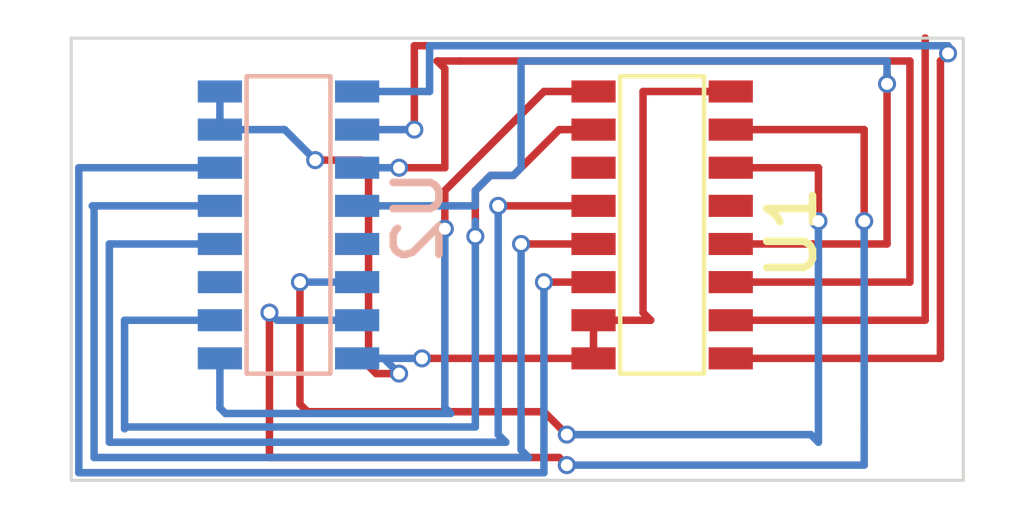
<source format=kicad_pcb>
(kicad_pcb (version 4) (host pcbnew 4.0.7)

  (general
    (links 16)
    (no_connects 0)
    (area 121.453 100.838 155.702001 117.856001)
    (thickness 1.6)
    (drawings 5)
    (tracks 133)
    (zones 0)
    (modules 2)
    (nets 17)
  )

  (page A4)
  (layers
    (0 F.Cu signal)
    (31 B.Cu signal)
    (32 B.Adhes user)
    (33 F.Adhes user)
    (34 B.Paste user)
    (35 F.Paste user)
    (36 B.SilkS user)
    (37 F.SilkS user)
    (38 B.Mask user)
    (39 F.Mask user)
    (40 Dwgs.User user)
    (41 Cmts.User user)
    (42 Eco1.User user)
    (43 Eco2.User user)
    (44 Edge.Cuts user)
    (45 Margin user)
    (46 B.CrtYd user)
    (47 F.CrtYd user)
    (48 B.Fab user)
    (49 F.Fab user)
  )

  (setup
    (last_trace_width 0.25)
    (trace_clearance 0.2)
    (zone_clearance 0.508)
    (zone_45_only no)
    (trace_min 0.2)
    (segment_width 0.2)
    (edge_width 0.1)
    (via_size 0.6)
    (via_drill 0.4)
    (via_min_size 0.4)
    (via_min_drill 0.3)
    (uvia_size 0.3)
    (uvia_drill 0.1)
    (uvias_allowed no)
    (uvia_min_size 0.2)
    (uvia_min_drill 0.1)
    (pcb_text_width 0.3)
    (pcb_text_size 1.5 1.5)
    (mod_edge_width 0.15)
    (mod_text_size 1 1)
    (mod_text_width 0.15)
    (pad_size 0.7366 1.4732)
    (pad_drill 0)
    (pad_to_mask_clearance 0)
    (aux_axis_origin 0 0)
    (visible_elements 7FFFFFFF)
    (pcbplotparams
      (layerselection 0x00030_80000001)
      (usegerberextensions false)
      (excludeedgelayer true)
      (linewidth 0.100000)
      (plotframeref false)
      (viasonmask false)
      (mode 1)
      (useauxorigin false)
      (hpglpennumber 1)
      (hpglpenspeed 20)
      (hpglpendiameter 15)
      (hpglpenoverlay 2)
      (psnegative false)
      (psa4output false)
      (plotreference true)
      (plotvalue true)
      (plotinvisibletext false)
      (padsonsilk false)
      (subtractmaskfromsilk false)
      (outputformat 1)
      (mirror false)
      (drillshape 1)
      (scaleselection 1)
      (outputdirectory ""))
  )

  (net 0 "")
  (net 1 GNDREF)
  (net 2 /VCC_AUX)
  (net 3 /JTAG_TCK)
  (net 4 /JTAG_TMS)
  (net 5 "/LVP(2)")
  (net 6 /JTAG_TDI)
  (net 7 /JTAG_TDO)
  (net 8 /ICD_PGD)
  (net 9 /COM_MCLR_VPP)
  (net 10 /PIC_DRIVES_JTAG)
  (net 11 /ICD-PGC_COM)
  (net 12 /VCC_4V4)
  (net 13 "Net-(U1-Pad9)")
  (net 14 "Net-(U1-Pad12)")
  (net 15 "Net-(U2-Pad9)")
  (net 16 "Net-(U2-Pad12)")

  (net_class Default "This is the default net class."
    (clearance 0.2)
    (trace_width 0.25)
    (via_dia 0.6)
    (via_drill 0.4)
    (uvia_dia 0.3)
    (uvia_drill 0.1)
    (add_net /COM_MCLR_VPP)
    (add_net /ICD-PGC_COM)
    (add_net /ICD_PGD)
    (add_net /JTAG_TCK)
    (add_net /JTAG_TDI)
    (add_net /JTAG_TDO)
    (add_net /JTAG_TMS)
    (add_net "/LVP(2)")
    (add_net /PIC_DRIVES_JTAG)
    (add_net /VCC_4V4)
    (add_net /VCC_AUX)
    (add_net GNDREF)
    (add_net "Net-(U1-Pad12)")
    (add_net "Net-(U1-Pad9)")
    (add_net "Net-(U2-Pad12)")
    (add_net "Net-(U2-Pad9)")
  )

  (module Parts:J2 (layer B.Cu) (tedit 5BB3AD33) (tstamp 5BB3C999)
    (at 128.778 103.886 270)
    (path /5BB3D433)
    (fp_text reference U2 (at 4.191 -6.731 270) (layer B.SilkS)
      (effects (font (thickness 0.254)) (justify mirror))
    )
    (fp_text value J-2 (at 0 6.35 270) (layer B.Fab)
      (effects (font (size 1 1) (thickness 0.15)) (justify mirror))
    )
    (fp_line (start -0.508 -1.016) (end 9.398 -1.016) (layer B.SilkS) (width 0.15))
    (fp_line (start 9.398 -1.016) (end 9.398 -3.81) (layer B.SilkS) (width 0.15))
    (fp_line (start 9.398 -3.81) (end -0.508 -3.81) (layer B.SilkS) (width 0.15))
    (fp_line (start -0.508 -3.81) (end -0.508 -1.016) (layer B.SilkS) (width 0.15))
    (pad 1 smd rect (at 0 -4.699 270) (size 0.7366 1.4732) (layers B.Cu B.Paste B.Mask)
      (net 2 /VCC_AUX))
    (pad 2 smd rect (at 0 -0.127 270) (size 0.7366 1.4732) (layers B.Cu B.Paste B.Mask)
      (net 1 GNDREF))
    (pad 3 smd rect (at 1.27 -4.699 270) (size 0.7366 1.4732) (layers B.Cu B.Paste B.Mask)
      (net 3 /JTAG_TCK))
    (pad 4 smd rect (at 1.27 -0.127 270) (size 0.7366 1.4732) (layers B.Cu B.Paste B.Mask)
      (net 1 GNDREF))
    (pad 6 smd rect (at 2.54 -0.127 270) (size 0.7366 1.4732) (layers B.Cu B.Paste B.Mask)
      (net 5 "/LVP(2)"))
    (pad 5 smd rect (at 2.54 -4.699 270) (size 0.7366 1.4732) (layers B.Cu B.Paste B.Mask)
      (net 4 /JTAG_TMS))
    (pad 8 smd rect (at 3.81 -0.127 270) (size 0.7366 1.4732) (layers B.Cu B.Paste B.Mask)
      (net 7 /JTAG_TDO))
    (pad 7 smd rect (at 3.81 -4.699 270) (size 0.7366 1.4732) (layers B.Cu B.Paste B.Mask)
      (net 6 /JTAG_TDI))
    (pad 10 smd rect (at 5.08 -0.127 270) (size 0.7366 1.4732) (layers B.Cu B.Paste B.Mask)
      (net 8 /ICD_PGD))
    (pad 9 smd rect (at 5.08 -4.699 270) (size 0.7366 1.4732) (layers B.Cu B.Paste B.Mask)
      (net 15 "Net-(U2-Pad9)"))
    (pad 12 smd rect (at 6.35 -0.127 270) (size 0.7366 1.4732) (layers B.Cu B.Paste B.Mask)
      (net 16 "Net-(U2-Pad12)"))
    (pad 11 smd rect (at 6.35 -4.699 270) (size 0.7366 1.4732) (layers B.Cu B.Paste B.Mask)
      (net 9 /COM_MCLR_VPP))
    (pad 14 smd rect (at 7.62 -0.127 270) (size 0.7366 1.4732) (layers B.Cu B.Paste B.Mask)
      (net 11 /ICD-PGC_COM))
    (pad 13 smd rect (at 7.62 -4.699 270) (size 0.7366 1.4732) (layers B.Cu B.Paste B.Mask)
      (net 10 /PIC_DRIVES_JTAG))
    (pad 16 smd rect (at 8.89 -0.127 270) (size 0.7366 1.4732) (layers B.Cu B.Paste B.Mask)
      (net 12 /VCC_4V4))
    (pad 15 smd rect (at 8.89 -4.699 270) (size 0.7366 1.4732) (layers B.Cu B.Paste B.Mask)
      (net 1 GNDREF))
  )

  (module Parts:J2 (layer F.Cu) (tedit 5BBE0300) (tstamp 5BB3C985)
    (at 141.224 112.776 90)
    (path /5BB3D3C4)
    (fp_text reference U1 (at 4.191 6.731 90) (layer F.SilkS)
      (effects (font (thickness 0.254)))
    )
    (fp_text value J-2 (at 0 -6.35 180) (layer F.Fab)
      (effects (font (size 1 1) (thickness 0.15)))
    )
    (fp_line (start -0.508 1.016) (end 9.398 1.016) (layer F.SilkS) (width 0.15))
    (fp_line (start 9.398 1.016) (end 9.398 3.81) (layer F.SilkS) (width 0.15))
    (fp_line (start 9.398 3.81) (end -0.508 3.81) (layer F.SilkS) (width 0.15))
    (fp_line (start -0.508 3.81) (end -0.508 1.016) (layer F.SilkS) (width 0.15))
    (pad 1 smd rect (at 0 4.699 90) (size 0.7366 1.4732) (layers F.Cu F.Paste F.Mask)
      (net 2 /VCC_AUX))
    (pad 2 smd rect (at 0 0.127 90) (size 0.7366 1.4732) (layers F.Cu F.Paste F.Mask)
      (net 1 GNDREF))
    (pad 3 smd rect (at 1.27 4.699 90) (size 0.7366 1.4732) (layers F.Cu F.Paste F.Mask)
      (net 3 /JTAG_TCK))
    (pad 4 smd rect (at 1.27 0.127 90) (size 0.7366 1.4732) (layers F.Cu F.Paste F.Mask)
      (net 1 GNDREF))
    (pad 6 smd rect (at 2.54 0.127 90) (size 0.7366 1.4732) (layers F.Cu F.Paste F.Mask)
      (net 5 "/LVP(2)"))
    (pad 5 smd rect (at 2.54 4.699 90) (size 0.7366 1.4732) (layers F.Cu F.Paste F.Mask)
      (net 4 /JTAG_TMS))
    (pad 8 smd rect (at 3.81 0.127 90) (size 0.7366 1.4732) (layers F.Cu F.Paste F.Mask)
      (net 7 /JTAG_TDO))
    (pad 7 smd rect (at 3.81 4.699 90) (size 0.7366 1.4732) (layers F.Cu F.Paste F.Mask)
      (net 6 /JTAG_TDI))
    (pad 10 smd rect (at 5.08 0.127 90) (size 0.7366 1.4732) (layers F.Cu F.Paste F.Mask)
      (net 8 /ICD_PGD))
    (pad 9 smd rect (at 5.08 4.699 90) (size 0.7366 1.4732) (layers F.Cu F.Paste F.Mask)
      (net 13 "Net-(U1-Pad9)"))
    (pad 12 smd rect (at 6.35 0.127 90) (size 0.7366 1.4732) (layers F.Cu F.Paste F.Mask)
      (net 14 "Net-(U1-Pad12)"))
    (pad 11 smd rect (at 6.35 4.699 90) (size 0.7366 1.4732) (layers F.Cu F.Paste F.Mask)
      (net 9 /COM_MCLR_VPP))
    (pad 14 smd rect (at 7.62 0.127 90) (size 0.7366 1.4732) (layers F.Cu F.Paste F.Mask)
      (net 11 /ICD-PGC_COM))
    (pad 13 smd rect (at 7.62 4.699 90) (size 0.7366 1.4732) (layers F.Cu F.Paste F.Mask)
      (net 10 /PIC_DRIVES_JTAG))
    (pad 16 smd rect (at 8.89 0.127 90) (size 0.7366 1.4732) (layers F.Cu F.Paste F.Mask)
      (net 12 /VCC_4V4))
    (pad 15 smd rect (at 8.89 4.699 90) (size 0.7366 1.4732) (layers F.Cu F.Paste F.Mask)
      (net 1 GNDREF))
  )

  (gr_line (start 153.67 116.84) (end 153.67 116.586) (angle 90) (layer Edge.Cuts) (width 0.1))
  (gr_line (start 123.952 116.84) (end 153.67 116.84) (angle 90) (layer Edge.Cuts) (width 0.1))
  (gr_line (start 123.952 102.108) (end 123.952 116.84) (angle 90) (layer Edge.Cuts) (width 0.1))
  (gr_line (start 153.67 102.108) (end 123.952 102.108) (angle 90) (layer Edge.Cuts) (width 0.1))
  (gr_line (start 153.67 116.586) (end 153.67 102.108) (angle 90) (layer Edge.Cuts) (width 0.1))

  (segment (start 133.477 112.776) (end 135.636 112.776) (width 0.25) (layer B.Cu) (net 1))
  (segment (start 135.636 112.776) (end 141.351 112.776) (width 0.25) (layer F.Cu) (net 1) (tstamp 5BBE08B9))
  (via (at 135.636 112.776) (size 0.6) (drill 0.4) (layers F.Cu B.Cu) (net 1))
  (segment (start 128.905 105.156) (end 131.064 105.156) (width 0.25) (layer B.Cu) (net 1))
  (segment (start 134.366 112.776) (end 133.477 112.776) (width 0.25) (layer B.Cu) (net 1) (tstamp 5BBE08AE))
  (segment (start 134.874 113.284) (end 134.366 112.776) (width 0.25) (layer B.Cu) (net 1) (tstamp 5BBE08AD))
  (via (at 134.874 113.284) (size 0.6) (drill 0.4) (layers F.Cu B.Cu) (net 1))
  (segment (start 134.112 113.284) (end 134.874 113.284) (width 0.25) (layer F.Cu) (net 1) (tstamp 5BBE08A9))
  (segment (start 133.858 113.03) (end 134.112 113.284) (width 0.25) (layer F.Cu) (net 1) (tstamp 5BBE08A5))
  (segment (start 133.858 106.426) (end 133.858 113.03) (width 0.25) (layer F.Cu) (net 1) (tstamp 5BBE08A3))
  (segment (start 133.604 106.172) (end 133.858 106.426) (width 0.25) (layer F.Cu) (net 1) (tstamp 5BBE08A2))
  (segment (start 132.08 106.172) (end 133.604 106.172) (width 0.25) (layer F.Cu) (net 1) (tstamp 5BBE08A1))
  (via (at 132.08 106.172) (size 0.6) (drill 0.4) (layers F.Cu B.Cu) (net 1))
  (segment (start 131.064 105.156) (end 132.08 106.172) (width 0.25) (layer B.Cu) (net 1) (tstamp 5BBE089B))
  (segment (start 141.351 111.506) (end 143.256 111.506) (width 0.25) (layer F.Cu) (net 1))
  (segment (start 143.002 103.886) (end 145.923 103.886) (width 0.25) (layer F.Cu) (net 1) (tstamp 5BBE05F9))
  (segment (start 143.002 111.252) (end 143.002 103.886) (width 0.25) (layer F.Cu) (net 1) (tstamp 5BBE05F5))
  (segment (start 143.256 111.506) (end 143.002 111.252) (width 0.25) (layer F.Cu) (net 1) (tstamp 5BBE05F4))
  (segment (start 141.351 111.506) (end 141.351 112.776) (width 0.25) (layer F.Cu) (net 1))
  (segment (start 128.905 103.886) (end 128.905 105.156) (width 0.25) (layer B.Cu) (net 1))
  (segment (start 152.908 112.522) (end 152.908 112.776) (width 0.25) (layer F.Cu) (net 2))
  (segment (start 152.908 112.522) (end 152.908 102.87) (width 0.25) (layer F.Cu) (net 2) (tstamp 5BBE04D9))
  (segment (start 152.908 102.87) (end 153.162 102.616) (width 0.25) (layer F.Cu) (net 2) (tstamp 5BBE04E2))
  (via (at 153.162 102.616) (size 0.6) (drill 0.4) (layers F.Cu B.Cu) (net 2))
  (segment (start 153.162 102.616) (end 153.162 102.362) (width 0.25) (layer B.Cu) (net 2) (tstamp 5BBE04E7))
  (segment (start 153.162 102.362) (end 135.89 102.362) (width 0.25) (layer B.Cu) (net 2) (tstamp 5BBE04E8))
  (segment (start 135.89 102.362) (end 135.89 103.378) (width 0.25) (layer B.Cu) (net 2) (tstamp 5BBE04E9))
  (segment (start 135.89 103.378) (end 135.89 103.632) (width 0.25) (layer B.Cu) (net 2) (tstamp 5BBE04EE))
  (segment (start 135.89 103.632) (end 135.89 103.886) (width 0.25) (layer B.Cu) (net 2) (tstamp 5BBE04EF))
  (segment (start 133.477 103.886) (end 135.89 103.886) (width 0.25) (layer B.Cu) (net 2) (tstamp 5BBE04F0))
  (segment (start 152.908 112.776) (end 145.923 112.776) (width 0.25) (layer F.Cu) (net 2) (tstamp 5BBE05B7))
  (segment (start 145.923 111.506) (end 152.4 111.506) (width 0.25) (layer F.Cu) (net 3))
  (segment (start 152.4 111.252) (end 152.4 102.108) (width 0.25) (layer F.Cu) (net 3) (tstamp 5BBE0492))
  (segment (start 152.4 102.108) (end 152.4 102.362) (width 0.25) (layer F.Cu) (net 3) (tstamp 5BBE0493))
  (segment (start 152.4 102.362) (end 141.224 102.362) (width 0.25) (layer F.Cu) (net 3) (tstamp 5BBE0494))
  (segment (start 141.224 102.362) (end 135.382 102.362) (width 0.25) (layer F.Cu) (net 3) (tstamp 5BBE0495))
  (segment (start 135.382 102.362) (end 135.382 105.156) (width 0.25) (layer F.Cu) (net 3) (tstamp 5BBE0496))
  (via (at 135.382 105.156) (size 0.6) (drill 0.4) (layers F.Cu B.Cu) (net 3))
  (segment (start 135.382 105.156) (end 133.477 105.156) (width 0.25) (layer B.Cu) (net 3) (tstamp 5BBE0499))
  (segment (start 152.4 111.506) (end 152.4 111.252) (width 0.25) (layer F.Cu) (net 3) (tstamp 5BBE04A5))
  (segment (start 136.906 102.87) (end 136.144 102.87) (width 0.25) (layer F.Cu) (net 4))
  (segment (start 151.892 110.236) (end 151.892 102.87) (width 0.25) (layer F.Cu) (net 4) (tstamp 5BBE0509))
  (segment (start 151.892 102.87) (end 136.906 102.87) (width 0.25) (layer F.Cu) (net 4) (tstamp 5BBE050C))
  (segment (start 145.923 110.236) (end 151.892 110.236) (width 0.25) (layer F.Cu) (net 4))
  (segment (start 136.398 103.124) (end 136.398 106.426) (width 0.25) (layer F.Cu) (net 4) (tstamp 5BBE07C9))
  (segment (start 136.144 102.87) (end 136.398 103.124) (width 0.25) (layer F.Cu) (net 4) (tstamp 5BBE07C8))
  (segment (start 134.874 106.426) (end 133.477 106.426) (width 0.25) (layer B.Cu) (net 4) (tstamp 5BBE051E))
  (via (at 134.874 106.426) (size 0.6) (drill 0.4) (layers F.Cu B.Cu) (net 4))
  (segment (start 136.398 106.426) (end 134.874 106.426) (width 0.25) (layer F.Cu) (net 4) (tstamp 5BBE07CE))
  (segment (start 128.905 106.426) (end 124.206 106.426) (width 0.25) (layer B.Cu) (net 5))
  (segment (start 139.7 110.236) (end 141.351 110.236) (width 0.25) (layer F.Cu) (net 5) (tstamp 5BBE069F))
  (via (at 139.7 110.236) (size 0.6) (drill 0.4) (layers F.Cu B.Cu) (net 5))
  (segment (start 139.7 116.586) (end 139.7 110.236) (width 0.25) (layer B.Cu) (net 5) (tstamp 5BBE0695))
  (segment (start 124.206 116.586) (end 139.7 116.586) (width 0.25) (layer B.Cu) (net 5) (tstamp 5BBE0694))
  (segment (start 124.206 116.332) (end 124.206 116.586) (width 0.25) (layer B.Cu) (net 5) (tstamp 5BBE0691))
  (segment (start 124.206 106.426) (end 124.206 116.332) (width 0.25) (layer B.Cu) (net 5) (tstamp 5BBE0690))
  (segment (start 137.414 107.696) (end 137.414 107.188) (width 0.25) (layer B.Cu) (net 6))
  (segment (start 133.477 107.696) (end 137.414 107.696) (width 0.25) (layer B.Cu) (net 6) (tstamp 5BBE0554))
  (segment (start 138.938 106.426) (end 138.938 102.87) (width 0.25) (layer B.Cu) (net 6) (tstamp 5BBE0786))
  (segment (start 138.684 106.68) (end 138.938 106.426) (width 0.25) (layer B.Cu) (net 6) (tstamp 5BBE0785))
  (segment (start 137.922 106.68) (end 138.684 106.68) (width 0.25) (layer B.Cu) (net 6) (tstamp 5BBE0783))
  (segment (start 137.414 107.188) (end 137.922 106.68) (width 0.25) (layer B.Cu) (net 6) (tstamp 5BBE0781))
  (segment (start 145.923 108.966) (end 151.13 108.966) (width 0.25) (layer F.Cu) (net 6))
  (segment (start 151.13 102.87) (end 138.938 102.87) (width 0.25) (layer B.Cu) (net 6) (tstamp 5BBE054B))
  (segment (start 151.13 103.632) (end 151.13 102.87) (width 0.25) (layer B.Cu) (net 6) (tstamp 5BBE054A))
  (via (at 151.13 103.632) (size 0.6) (drill 0.4) (layers F.Cu B.Cu) (net 6))
  (segment (start 151.13 103.320002) (end 151.13 103.632) (width 0.25) (layer F.Cu) (net 6) (tstamp 5BBE0543))
  (segment (start 151.13 108.966) (end 151.13 103.320002) (width 0.25) (layer F.Cu) (net 6) (tstamp 5BBE053F))
  (segment (start 128.905 107.696) (end 124.656002 107.696) (width 0.25) (layer B.Cu) (net 7))
  (segment (start 138.938 108.966) (end 141.351 108.966) (width 0.25) (layer F.Cu) (net 7) (tstamp 5BBE06C8))
  (via (at 138.938 108.966) (size 0.6) (drill 0.4) (layers F.Cu B.Cu) (net 7))
  (segment (start 138.938 115.824) (end 138.938 108.966) (width 0.25) (layer B.Cu) (net 7) (tstamp 5BBE06BE))
  (segment (start 139.192 116.078) (end 138.938 115.824) (width 0.25) (layer B.Cu) (net 7) (tstamp 5BBE06B7))
  (segment (start 124.714 116.078) (end 139.192 116.078) (width 0.25) (layer B.Cu) (net 7) (tstamp 5BBE06B5))
  (segment (start 124.714 107.753998) (end 124.714 116.078) (width 0.25) (layer B.Cu) (net 7) (tstamp 5BBE06AD))
  (segment (start 124.656002 107.696) (end 124.714 107.753998) (width 0.25) (layer B.Cu) (net 7) (tstamp 5BBE06A8))
  (segment (start 128.905 108.966) (end 125.222 108.966) (width 0.25) (layer B.Cu) (net 8))
  (segment (start 138.176 107.696) (end 141.351 107.696) (width 0.25) (layer F.Cu) (net 8) (tstamp 5BBE06E6))
  (via (at 138.176 107.696) (size 0.6) (drill 0.4) (layers F.Cu B.Cu) (net 8))
  (segment (start 138.176 115.316) (end 138.176 107.696) (width 0.25) (layer B.Cu) (net 8) (tstamp 5BBE06DD))
  (segment (start 138.43 115.57) (end 138.176 115.316) (width 0.25) (layer B.Cu) (net 8) (tstamp 5BBE06D8))
  (segment (start 125.222 115.57) (end 138.43 115.57) (width 0.25) (layer B.Cu) (net 8) (tstamp 5BBE06D4))
  (segment (start 125.222 108.966) (end 125.222 115.57) (width 0.25) (layer B.Cu) (net 8) (tstamp 5BBE06D3))
  (segment (start 145.923 106.426) (end 148.844 106.426) (width 0.25) (layer F.Cu) (net 9))
  (segment (start 131.572 110.236) (end 133.477 110.236) (width 0.25) (layer B.Cu) (net 9) (tstamp 5BBE088E))
  (via (at 131.572 110.236) (size 0.6) (drill 0.4) (layers F.Cu B.Cu) (net 9))
  (segment (start 131.572 114.3) (end 131.572 110.236) (width 0.25) (layer F.Cu) (net 9) (tstamp 5BBE0889))
  (segment (start 131.826 114.554) (end 131.572 114.3) (width 0.25) (layer F.Cu) (net 9) (tstamp 5BBE0887))
  (segment (start 139.7 114.554) (end 131.826 114.554) (width 0.25) (layer F.Cu) (net 9) (tstamp 5BBE0883))
  (segment (start 140.462 115.316) (end 139.7 114.554) (width 0.25) (layer F.Cu) (net 9) (tstamp 5BBE0882))
  (via (at 140.462 115.316) (size 0.6) (drill 0.4) (layers F.Cu B.Cu) (net 9))
  (segment (start 148.59 115.316) (end 140.462 115.316) (width 0.25) (layer B.Cu) (net 9) (tstamp 5BBE087B))
  (segment (start 148.844 115.57) (end 148.59 115.316) (width 0.25) (layer B.Cu) (net 9) (tstamp 5BBE0879))
  (segment (start 148.844 108.204) (end 148.844 115.57) (width 0.25) (layer B.Cu) (net 9) (tstamp 5BBE0878))
  (via (at 148.844 108.204) (size 0.6) (drill 0.4) (layers F.Cu B.Cu) (net 9))
  (segment (start 148.844 108.458) (end 148.844 108.204) (width 0.25) (layer F.Cu) (net 9) (tstamp 5BBE0871))
  (segment (start 148.844 106.426) (end 148.844 108.458) (width 0.25) (layer F.Cu) (net 9) (tstamp 5BBE0870))
  (segment (start 145.923 105.156) (end 150.368 105.156) (width 0.25) (layer F.Cu) (net 10))
  (segment (start 130.81 111.506) (end 133.477 111.506) (width 0.25) (layer B.Cu) (net 10) (tstamp 5BBE082C))
  (segment (start 130.556 111.252) (end 130.81 111.506) (width 0.25) (layer B.Cu) (net 10) (tstamp 5BBE082B))
  (via (at 130.556 111.252) (size 0.6) (drill 0.4) (layers F.Cu B.Cu) (net 10))
  (segment (start 130.556 116.078) (end 130.556 111.252) (width 0.25) (layer F.Cu) (net 10) (tstamp 5BBE0821))
  (segment (start 140.208 116.078) (end 130.556 116.078) (width 0.25) (layer F.Cu) (net 10) (tstamp 5BBE081C))
  (segment (start 140.462 116.332) (end 140.208 116.078) (width 0.25) (layer F.Cu) (net 10) (tstamp 5BBE081B))
  (via (at 140.462 116.332) (size 0.6) (drill 0.4) (layers F.Cu B.Cu) (net 10))
  (segment (start 150.368 116.332) (end 140.462 116.332) (width 0.25) (layer B.Cu) (net 10) (tstamp 5BBE0815))
  (segment (start 150.368 115.062) (end 150.368 116.332) (width 0.25) (layer B.Cu) (net 10) (tstamp 5BBE0810))
  (segment (start 150.368 108.204) (end 150.368 115.062) (width 0.25) (layer B.Cu) (net 10) (tstamp 5BBE080F))
  (via (at 150.368 108.204) (size 0.6) (drill 0.4) (layers F.Cu B.Cu) (net 10))
  (segment (start 150.368 108.515998) (end 150.368 108.204) (width 0.25) (layer F.Cu) (net 10) (tstamp 5BBE0808))
  (segment (start 150.368 105.156) (end 150.368 108.515998) (width 0.25) (layer F.Cu) (net 10) (tstamp 5BBE0806))
  (segment (start 137.414 108.458) (end 137.414 108.712) (width 0.25) (layer B.Cu) (net 11))
  (segment (start 140.208 105.156) (end 141.351 105.156) (width 0.25) (layer F.Cu) (net 11) (tstamp 5BBE071D))
  (segment (start 138.684 106.68) (end 140.208 105.156) (width 0.25) (layer F.Cu) (net 11) (tstamp 5BBE071B))
  (segment (start 137.922 106.68) (end 138.684 106.68) (width 0.25) (layer F.Cu) (net 11) (tstamp 5BBE0715))
  (segment (start 137.414 107.188) (end 137.922 106.68) (width 0.25) (layer F.Cu) (net 11) (tstamp 5BBE0712))
  (segment (start 137.414 108.712) (end 137.414 107.188) (width 0.25) (layer F.Cu) (net 11) (tstamp 5BBE0711))
  (via (at 137.414 108.712) (size 0.6) (drill 0.4) (layers F.Cu B.Cu) (net 11))
  (segment (start 128.905 111.506) (end 125.73 111.506) (width 0.25) (layer B.Cu) (net 11))
  (segment (start 137.414 115.062) (end 137.414 108.458) (width 0.25) (layer B.Cu) (net 11) (tstamp 5BBE06FD))
  (segment (start 137.414 108.458) (end 137.414 108.204) (width 0.25) (layer B.Cu) (net 11) (tstamp 5BBE070B))
  (segment (start 125.787998 115.062) (end 137.414 115.062) (width 0.25) (layer B.Cu) (net 11) (tstamp 5BBE06F9))
  (segment (start 125.73 115.119998) (end 125.787998 115.062) (width 0.25) (layer B.Cu) (net 11) (tstamp 5BBE06F5))
  (segment (start 125.73 111.506) (end 125.73 115.119998) (width 0.25) (layer B.Cu) (net 11) (tstamp 5BBE06F4))
  (segment (start 128.905 112.776) (end 128.905 114.427) (width 0.25) (layer B.Cu) (net 12))
  (segment (start 139.7 103.886) (end 141.351 103.886) (width 0.25) (layer F.Cu) (net 12) (tstamp 5BBE07ED))
  (segment (start 136.398 107.188) (end 139.7 103.886) (width 0.25) (layer F.Cu) (net 12) (tstamp 5BBE07EA))
  (segment (start 136.398 108.458) (end 136.398 107.188) (width 0.25) (layer F.Cu) (net 12) (tstamp 5BBE07E9))
  (via (at 136.398 108.458) (size 0.6) (drill 0.4) (layers F.Cu B.Cu) (net 12))
  (segment (start 136.398 114.415996) (end 136.398 108.458) (width 0.25) (layer B.Cu) (net 12) (tstamp 5BBE07E1))
  (segment (start 136.594002 114.611998) (end 136.398 114.415996) (width 0.25) (layer B.Cu) (net 12) (tstamp 5BBE07DF))
  (segment (start 129.089998 114.611998) (end 136.594002 114.611998) (width 0.25) (layer B.Cu) (net 12) (tstamp 5BBE07DC))
  (segment (start 128.905 114.427) (end 129.089998 114.611998) (width 0.25) (layer B.Cu) (net 12) (tstamp 5BBE07DA))

  (zone (net 1) (net_name GNDREF) (layer B.Cu) (tstamp 5BBBA454) (hatch edge 0.508)
    (connect_pads yes (clearance 0.508))
    (min_thickness 0.254)
    (fill (arc_segments 16) (thermal_gap 0.508) (thermal_bridge_width 0.508))
    (polygon
      (pts
        (xy 155.702 117.856) (xy 121.92 117.856) (xy 121.666 100.838) (xy 155.702 100.838)
      )
    )
  )
  (zone (net 1) (net_name GNDREF) (layer F.Cu) (tstamp 5BBBA452) (hatch edge 0.508)
    (connect_pads yes (clearance 0.508))
    (min_thickness 0.254)
    (fill (arc_segments 16) (thermal_gap 0.508) (thermal_bridge_width 0.508))
    (polygon
      (pts
        (xy 121.92 100.838) (xy 155.702 100.838) (xy 155.702 117.856) (xy 121.92 117.856) (xy 121.666 100.838)
      )
    )
  )
)

</source>
